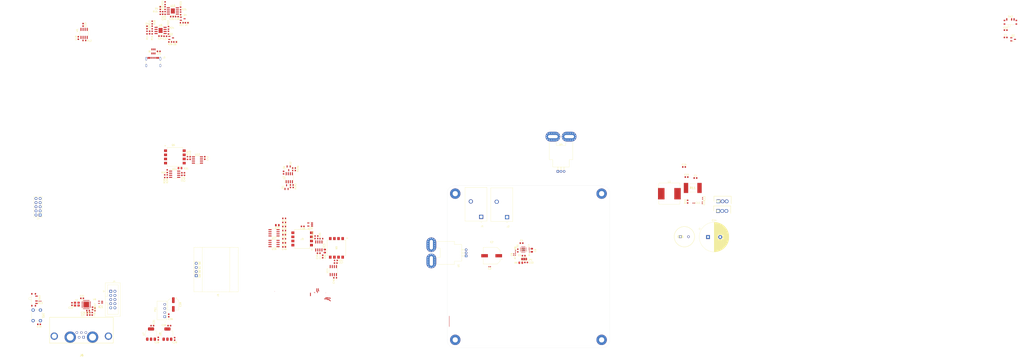
<source format=kicad_pcb>
(kicad_pcb (version 20240108) (generator "pcbnew") (generator_version "8.0")
  (layers (0 "F.Cu" signal) (31 "B.Cu" signal) (34 "B.Paste" user) (35 "F.Paste" user) (36 "B.SilkS" user "B.Silkscreen") (37 "F.SilkS" user "F.Silkscreen") (38 "B.Mask" user) (39 "F.Mask" user) (44 "Edge.Cuts" user))
  (net 0 "")
  (net 1 "/Voltage Sensing Input Terminal/PD1_Cathode")
  (net 2 "+5V")
  (net 3 "GND")
  (net 4 "Net-(U1-IP-)")
  (net 5 "GNDREF")
  (net 6 "Net-(U3-SS)")
  (net 7 "Net-(U3-COMP)")
  (net 8 "Net-(U3-VREF_RANGE)")
  (net 9 "Net-(U3-HB)")
  (net 10 "Net-(Q1-D)")
  (net 11 "Net-(U3-MODE)")
  (net 12 "Net-(U3-VOUT_SENSE)")
  (net 13 "+3V3")
  (net 14 "UNPROTECTED_12V")
  (net 15 "UNPROTECTED_7V")
  (net 16 "+12V")
  (net 17 "+7V")
  (net 19 "Net-(D7-A)")
  (net 26 "Net-(U3-CSN)")
  (net 27 "Net-(Q1-G)")
  (net 28 "Net-(Q3-S)")
  (net 29 "Net-(Q4-S)")
  (net 30 "/Boost-Circuit/IN_CURR")
  (net 31 "Net-(U3-RT)")
  (net 32 "/Boost-Circuit/OUT_CURR")
  (net 33 "Net-(JP1-B)")
  (net 34 "Net-(U3-PGOOD)")
  (net 35 "Net-(JP1-C)")
  (net 36 "Net-(Q2-G)")
  (net 37 "Net-(U10-dV{slash}dT)")
  (net 38 "Net-(D3-Pad3)")
  (net 39 "Net-(D3-Pad1)")
  (net 40 "Net-(D4-A)")
  (net 41 "Net-(D5-A)")
  (net 42 "Net-(D6-A)")
  (net 45 "Net-(SW2-B)")
  (net 46 "Net-(U10-EN{slash}UVLO)")
  (net 47 "Net-(U10-ILM)")
  (net 48 "/MCU+POWER+CAN/ISO_VOLT_INPUT_TERMINAL")
  (net 50 "/Boost-Circuit/INPUT_CURR")
  (net 51 "/Boost-Circuit/OUTPUT_CURR")
  (net 52 "Net-(U10-OVLO)")
  (net 53 "+3V3A")
  (net 54 "/Voltage Sensing Output Terminal/PD1_Cathode")
  (net 55 "GNDPWR")
  (net 56 "/MCU+POWER+CAN/ISO_VOLT_OUTPUT_TERMINAL")
  (net 57 "/Boost-Circuit/TRK")
  (net 58 "Net-(U12A--)")
  (net 59 "Net-(JP1-A)")
  (net 60 "Net-(U13A--)")
  (net 61 "Net-(U14A--)")
  (net 62 "/Boost-Circuit/VOLT_IN_1")
  (net 63 "Net-(Q5-Pad1)")
  (net 64 "Net-(Q6-Pad1)")
  (net 65 "5V_HS_ISO")
  (net 66 "GNDD")
  (net 67 "/TRK Pin Isolation/PD1_Cathode")
  (net 68 "Net-(U17A--)")
  (net 69 "/TRK Pin Isolation/VOLT_IN_1")
  (net 70 "Net-(U16A-+)")
  (net 71 "Net-(U16A--)")
  (net 72 "Net-(Q7-Pad1)")
  (net 76 "Net-(C7-Pad1)")
  (net 77 "/MCU+POWER+CAN/NRST")
  (net 78 "Net-(U9-dV{slash}dT)")
  (net 79 "Net-(C41-Pad2)")
  (net 80 "Net-(C45-Pad2)")
  (net 81 "5V_HS_ISO_TRK")
  (net 82 "Net-(C50-Pad2)")
  (net 83 "/Boost-Circuit/VOLT_IN_2")
  (net 84 "/MCU+POWER+CAN/USB_D-")
  (net 85 "/MCU+POWER+CAN/USB_D+")
  (net 86 "/MCU+POWER+CAN/SWCLK")
  (net 87 "/MCU+POWER+CAN/SWDIO")
  (net 94 "/MCU+POWER+CAN/OLED_SDA")
  (net 95 "/MCU+POWER+CAN/OLED_SCL")
  (net 96 "/MCU+POWER+CAN/CAN_L")
  (net 97 "/MCU+POWER+CAN/CAN_H")
  (net 98 "/MCU+POWER+CAN/PA6")
  (net 99 "/MCU+POWER+CAN/PA15")
  (net 100 "/MCU+POWER+CAN/PA5")
  (net 101 "/MCU+POWER+CAN/PB4")
  (net 102 "/MCU+POWER+CAN/PA10")
  (net 103 "/MCU+POWER+CAN/PB3")
  (net 104 "/MCU+POWER+CAN/PB0")
  (net 105 "/MCU+POWER+CAN/PA7")
  (net 106 "/MCU+POWER+CAN/FLT_{12}")
  (net 107 "/MCU+POWER+CAN/FLT_{7}")
  (net 114 "Net-(U2A-+)")
  (net 115 "Net-(U2B-+)")
  (net 116 "/MCU+POWER+CAN/BOOT0")
  (net 117 "Net-(U9-EN{slash}UVLO)")
  (net 118 "Net-(U9-OVLO)")
  (net 119 "Net-(U9-ILM)")
  (net 120 "Net-(U11A-+)")
  (net 121 "Net-(U11A--)")
  (net 122 "Net-(U13A-+)")
  (net 123 "/MCU+POWER+CAN/CAN_STBY")
  (net 124 "/MCU+POWER+CAN/CAN_TX")
  (net 125 "/MCU+POWER+CAN/CAN_RX")
  (net 126 "/MCU+POWER+CAN/CLK_OUT")
  (net 127 "/MCU+POWER+CAN/VOLT_TUNE_D{slash}A")
  (net 128 "/MCU+POWER+CAN/PF1")
  (net 135 "Net-(U15--)")
  (footprint "ecocad_lib_footprints:CAP_EEE1HA221P" (layer "F.Cu") (at 60.58 106.815 180)
    (property "Reference" "C2")
    (property "Value" "201u5")
  )
  (footprint "Capacitor_SMD:C_0603_1608Metric" (layer "F.Cu") (at -144.0725 -18.99 180)
    (property "Reference" "C25")
    (property "Value" "100n")
  )
  (footprint "Capacitor_SMD:C_0603_1608Metric" (layer "F.Cu") (at -191.1575 133.05)
    (property "Reference" "C21")
    (property "Value" "100n")
  )
  (footprint "Resistor_SMD:R_0805_2012Metric" (layer "F.Cu") (at -130.9973 52.905)
    (property "Reference" "R31")
    (property "Value" "150R")
  )
  (footprint "Capacitor_SMD:C_0603_1608Metric" (layer "F.Cu") (at -187.2175 141.84 180)
    (property "Reference" "C26")
    (property "Value" "1u")
  )
  (footprint "Resistor_SMD:R_0603_1608Metric" (layer "F.Cu") (at -138.1 -30.5 90)
    (property "Reference" "R24")
    (property "Value" "100k")
  )
  (footprint "Resistor_SMD:R_0603_1608Metric" (layer "F.Cu") (at -66.9648 96.3767 180)
    (property "Reference" "C51")
    (property "Value" "0u1")
  )
  (footprint "Capacitor_SMD:C_0603_1608Metric" (layer "F.Cu") (at -132.935 -40.38)
    (property "Reference" "C38")
    (property "Value" "1u")
  )
  (footprint "ecocad_lib_footprints:L_Bourns_SRR1208_12.7x12.7mm" (layer "F.Cu") (at 169.8375 68.64)
    (property "Reference" "L1")
    (property "Value" "6u5")
  )
  (footprint "Capacitor_SMD:C_0603_1608Metric" (layer "F.Cu") (at 178.8525 52.175)
    (property "Reference" "C15")
    (property "Value" "100n")
  )
  (footprint "Capacitor_SMD:C_0805_2012Metric" (layer "F.Cu") (at 85.28 103.44 90)
    (property "Reference" "C6")
    (property "Value" "330p")
  )
  (footprint "Button_Switch_SMD:SW_SPDT_PCM12" (layer "F.Cu") (at 379.4725 -37.23)
    (property "Reference" "SW2")
    (property "Value" "SW_SPDT")
  )
  (footprint "Resistor_SMD:R_0603_1608Metric" (layer "F.Cu") (at -140.3823 57.865 -90)
    (property "Reference" "R28")
    (property "Value" "15k")
  )
  (footprint "Capacitor_SMD:C_0603_1608Metric" (layer "F.Cu") (at -187.4975 140.63 180)
    (property "Reference" "C24")
    (property "Value" "10n")
  )
  (footprint "Capacitor_THT:CP_Radial_D18.0mm_P7.50mm" (layer "F.Cu") (at 193.59 95.32)
    (property "Reference" "C14")
    (property "Value" "2m3")
  )
  (footprint "Capacitor_SMD:C_0603_1608Metric" (layer "F.Cu") (at -128.2473 56.545 90)
    (property "Reference" "C40")
    (property "Value" "0u1")
  )
  (footprint "Capacitor_SMD:C_0402_1005Metric" (layer "F.Cu") (at 184.85 74.41)
    (property "Reference" "C11")
    (property "Value" "100n")
  )
  (footprint "Capacitor_SMD:C_0603_1608Metric" (layer "F.Cu") (at 180.395 58.4)
    (property "Reference" "C15")
    (property "Value" "100n")
  )
  (footprint "MountingHole:MountingHole_3.2mm_M3_Pad" (layer "F.Cu") (at 128.1925 68.605)
    (property "Reference" "H1" (hide yes))
    (property "Value" "MountingHole_Pad")
  )
  (footprint "Capacitor_SMD:C_0603_1608Metric" (layer "F.Cu") (at -141.645 -42.62 -90)
    (property "Reference" "C33")
    (property "Value" "1u")
  )
  (footprint "Capacitor_SMD:C_0603_1608Metric" (layer "F.Cu") (at -66.9648 93.8667 180)
    (property "Reference" "C52")
    (property "Value" "0u1")
  )
  (footprint "ecocad_lib_footprints:SOT-23-3_Adjusted" (layer "F.Cu") (at -136.44 -27.2625)
    (property "Reference" "Q3")
    (property "Value" "SI2302A-TPMSCT-ND")
  )
  (footprint "Resistor_SMD:R_0603_1608Metric" (layer "F.Cu") (at -143.115 -42.61 -90)
    (property "Reference" "R15")
    (property "Value" "270")
  )
  (footprint "Resistor_SMD:R_0603_1608Metric" (layer "F.Cu") (at -140.175 -45.63 -90)
    (property "Reference" "R20")
    (property "Value" "1k")
  )
  (footprint "Capacitor_SMD:C_0603_1608Metric" (layer "F.Cu") (at -190.5675 -35.31 -90)
    (property "Reference" "C23")
    (property "Value" "100n")
  )
  (footprint "Capacitor_SMD:C_0603_1608Metric" (layer "F.Cu") (at -35.255 111.34)
    (property "Reference" "C47")
    (property "Value" "0u1")
  )
  (footprint "Capacitor_SMD:C_0603_1608Metric" (layer "F.Cu") (at 376.5525 -27.54)
    (property "Reference" "C1")
    (property "Value" "100n")
  )
  (footprint "Capacitor_SMD:C_0603_1608Metric" (layer "F.Cu") (at -115.7573 46.655 90)
    (property "Reference" "C42")
    (property "Value" "0u1")
  )
  (footprint "ecocad_lib_footprints:TO254P469X1042X1967-3P" (layer "F.Cu") (at 199.78 79.27)
    (property "Reference" "Q1")
    (property "Value" "~" (hide yes))
  )
  (footprint "ecocad_lib_footprints:CSS2H3920RL700F" (layer "F.Cu") (at 184.2 65.1 180)
    (property "Reference" "R11")
    (property "Value" "722u31" (hide yes))
  )
  (footprint "ecocad_lib_footprints:SOT-23-3_Adjusted" (layer "F.Cu") (at -65.485 64.5725 90)
    (property "Reference" "D1")
    (property "Value" "BZX84-C3V3,215")
  )
  (footprint "Capacitor_SMD:C_0603_1608Metric" (layer "F.Cu") (at -184.7625 139.275 -90)
    (property "Reference" "C20")
    (property "Value" "100n")
  )
  (footprint "Resistor_SMD:R_0603_1608Metric" (layer "F.Cu") (at -148.0925 -33.68 -90)
    (property "Reference" "R17")
    (property "Value" "1k")
  )
  (footprint "Capacitor_SMD:C_0402_1005Metric" (layer "F.Cu") (at 74.13 106.1 90)
    (property "Reference" "C9")
    (property "Value" "470p")
  )
  (footprint "Resistor_SMD:R_0402_1005Metric" (layer "F.Cu") (at 75.23 104.04 90)
    (property "Reference" "R8")
    (property "Value" "28k")
  )
  (footprint "Package_TO_SOT_SMD:TSOT-23-5" (layer "F.Cu") (at -50.9873 87.6017 180)
    (property "Reference" "U15")
    (property "Value" "AD8603")
  )
  (footprint "ecocad_lib_footprints:Allegro_CB_PFF" (layer "F.Cu") (at 101.3 54.9)
    (property "Reference" "U4")
    (property "Value" "ACS770LCB-050U-PFF")
  )
  (footprint "ecocad_lib_footprints:PHOENIX_1017521" (layer "F.Cu") (at 73.625 64.9875 180)
    (property "Reference" "J2")
    (property "Value" "PHNX_CONN_1017521")
  )
  (footprint "Capacitor_SMD:C_0603_1608Metric" (layer "F.Cu") (at -193.4775 -27.215 90)
    (property "Reference" "C18")
    (property "Value" "100n")
  )
  (footprint "Resistor_SMD:R_0603_1608Metric" (layer "F.Cu") (at -138.8373 54.81 90)
    (property "Reference" "R30")
    (property "Value" "143k")
  )
  (footprint "Resistor_SMD:R_0603_1608Metric" (layer "F.Cu") (at -138.0675 -33.46 -90)
    (property "Reference" "R22")
    (property "Value" "1k2")
  )
  (footprint "Capacitor_SMD:C_0603_1608Metric" (layer "F.Cu") (at -135.955 -40.36 180)
    (property "Reference" "C35")
    (property "Value" "2n2")
  )
  (footprint "Package_SO:SOIC-8_3.9x4.9mm_P1.27mm" (layer "F.Cu") (at -73.1948 99.2967 180)
    (property "Reference" "U16")
    (property "Value" "MCP6007")
  )
  (footprint "Capacitor_SMD:C_0603_1608Metric" (layer "F.Cu") (at -67.325 55.65 90)
    (property "Reference" "C8")
    (property "Value" "0u1")
  )
  (footprint "LED_SMD:LED_0603_1608Metric" (layer "F.Cu") (at -151.2725 -33.65 -90)
    (property "Reference" "D4")
    (property "Value" "BLUE")
  )
  (footprint "Resistor_SMD:R_0805_2012Metric" (layer "F.Cu") (at -71.1748 88.0167 180)
    (property "Reference" "R39")
    (property "Value" "150R")
  )
  (footprint "LED_SMD:LED_0603_1608Metric" (layer "F.Cu") (at -134 -24.77 180)
    (property "Reference" "D6")
    (property "Value" "EMERALD")
  )
  (footprint "Package_TO_SOT_SMD:SOT-223-3_TabPin2" (layer "F.Cu") (at -138.715 155.07 90)
    (property "Reference" "U8")
    (property "Value" "AZ1117IH-3.3")
  )
  (footprint "Capacitor_SMD:C_0603_1608Metric" (layer "F.Cu") (at 376.5525 -32.05)
    (property "Reference" "C22")
    (property "Value" "100n")
  )
  (footprint "Resistor_SMD:R_0603_1608Metric" (layer "F.Cu") (at 181.04 73.515 90)
    (property "Reference" "R10")
    (property "Value" "100k")
  )
  (footprint "Capacitor_SMD:C_0402_1005Metric" (layer "F.Cu") (at 190.05 74.25 -90)
    (property "Reference" "C13")
    (property "Value" "100n")
  )
  (footprint "Capacitor_SMD:C_0603_1608Metric" (layer "F.Cu") (at -187.2175 143.31 180)
    (property "Reference" "C27")
    (property "Value" "1u")
  )
  (footprint "ecocad_lib_footprints:TO254P469X1042X1967-3P" (layer "F.Cu") (at 199.97 73.34)
    (property "Reference" "Q2")
    (property "Value" "~" (hide yes))
  )
  (footprint "Package_SO:SOIC-8_3.9x4.9mm_P1.27mm" (layer "F.Cu") (at -189.9425 -30.04 -90)
    (property "Reference" "U5")
    (property "Value" "MCP2542FD-E/SN")
  )
  (footprint "LED_SMD:LED_0603_1608Metric" (layer "F.Cu") (at -143.115 -45.63 -90)
    (property "Reference" "D5")
    (property "Value" "BLUE")
  )
  (footprint "Capacitor_SMD:C_0603_1608Metric" (layer "F.Cu") (at -66.9648 98.8867 180)
    (property "Reference" "C50")
    (property "Value" "0u1")
  )
  (footprint "Resistor_SMD:R_0603_1608Metric" (layer "F.Cu") (at -44.115 96.315)
    (property "Reference" "R35")
    (property "Value" "143k")
  )
  (footprint "Resistor_SMD:R_0603_1608Metric" (layer "F.Cu") (at -138.8373 57.855 90)
    (property "Reference" "R29")
    (property "Value" "1k")
  )
  (footprint "Connector_USB:USB_C_Receptacle_GCT_USB4105-xx-A_16P_TopMnt_Horizontal" (layer "F.Cu") (at -147.41491 -11.305)
    (property "Reference" "J3")
    (property "Value" "USB_C_Receptacle_USB2.0_14P")
  )
  (footprint "ecocad_lib_footprints:SOT-23-3_Adjusted" (layer "F.Cu") (at -129.3225 -39.0675)
    (property "Reference" "Q4")
    (property "Value" "SI2302A-TPMSCT-ND")
  )
  (footprint "Capacitor_SMD:C_0603_1608Metric" (layer "F.Cu") (at -217.6225 149.02 180)
    (property "Reference" "C19")
    (property "Value" "100n")
  )
  (footprint "ecocad_lib_footprints:Display_128x64_096_I2C" (layer "F.Cu") (at -121.008 115.325 90)
    (property "Reference" "J5")
    (property "Value" "OLED")
  )
  (footprint "Capacitor_SMD:C_0402_1005Metric" (layer "F.Cu") (at 190.22 71.48 -90)
    (property "Reference" "C12")
    (property "Value" "4u7")
  )
  (footprint "Resistor_SMD:R_0603_1608Metric" (layer "F.Cu") (at -126.3773 46.685 90)
    (property "Reference" "R32")
    (property "Value" "143k")
  )
  (footprint "Package_SO:TI_SO-PowerPAD-8" (layer "F.Cu") (at -135.3925 -43.855)
    (property "Reference" "U10")
    (property "Value" "TPS259631")
  )
  (footprint "Inductor_SMD:L_0603_1608Metric" (layer "F.Cu") (at -184.9675 142.5525 -90)
    (property "Reference" "FB1")
    (property "Value" "300R")
  )
  (footprint "Capacitor_SMD:C_0603_1608Metric" (layer "F.Cu") (at -148.005 149.88)
    (property "Reference" "C31")
    (property "Value" "22u")
  )
  (footprint "Capacitor_SMD:C_0603_1608Metric" (layer "F.Cu") (at -137.555 149.87)
    (property "Reference" "C30")
    (property "Value" "22u")
  )
  (footprint "Resistor_SMD:R_0603_1608Metric" (layer "F.Cu") (at -47.14 94.695 180)
    (property "Reference" "R33")
    (property "Value" "15k")
  )
  (footprint "ecocad_lib_footprints:SOT65P210X110-5N" (layer "F.Cu") (at -179.8225 135.46 180)
    (property "Reference" "IC1")
    (property "Value" "ESDALC6V1W5" (hide yes))
  )
  (footprint "Capacitor_SMD:C_0603_1608Metric" (layer "F.Cu") (at -134.295 158.02 90)
    (property "Reference" "C29")
    (property "Value" "10u")
  )
  (footprint "Package_SO:SOIC-8_3.9x4.9mm_P1.27mm" (layer "F.Cu") (at -63.795 58.8 90)
    (property "Reference" "U2")
    (property "Value" "MCP6007")
  )
  (footprint "MountingHole:MountingHole_3.2mm_M3_Pad" (layer "F.Cu") (at 38.1925 158.605)
    (property "Reference" "H3" (hide yes))
    (property "Value" "MountingHole_Pad")
  )
  (footprint "ecocad_lib_footprints:CAPPRD500W85D1250H3700" (layer "F.Cu") (at 176.57778 95.11)
    (property "Reference" "C16")
    (property "Value" "578u4" (hide yes))
  )
  (footprint "ecocad_lib_footprints:PHOENIX_1017521" (layer "F.Cu") (at 57.7125 64.7927 180)
    (property "Reference" "J1")
    (property "Value" "PHNX_CONN_1017521")
  )
  (footprint "Capacitor_SMD:C_0603_1608Metric" (layer "F.Cu") (at 185.85 58.99)
    (property "Reference" "C1")
    (property "Value" "100n")
  )
  (footprint "MountingHole:MountingHole_3.2mm_M3_Pad" (layer "F.Cu") (at 128.1925 158.605)
    (property "Reference" "H4" (hide yes))
    (property "Value" "MountingHole_Pad")
  )
  (footprint "Resistor_SMD:R_0603_1608Metric" (layer "F.Cu") (at -62.245 64.78)
    (property "Reference" "R1")
    (property "Value" "100k")
  )
  (footprint "ecocad_lib_footprints:RGR0020C-MFG" (layer "F.Cu") (at 80.025 102.95 180)
    (property "Reference" "U3")
    (property "Value" "LM51231QRGRRQ1")
  )
  (footprint "Resistor_SMD:R_0603_1608Metric" (layer "F.Cu") (at -60.925 52.86 180)
    (property "Reference" "R6")
    (property "Value" "10k")
  )
  (footprint "Capacitor_SMD:C_0603_1608Metric" (layer "F.Cu") (at -129.8273 56.555 90)
    (property "Reference" "C41")
    (property "Value" "0u1")
  )
  (footprint "Resistor_SMD:R_0603_1608Metric" (layer "F.Cu") (at -60.92 54.37)
    (property "Reference" "R5")
    (property "Value" "40k")
  )
  (footprint "Resistor_SMD:R_0603_1608Metric" (layer "F.Cu") (at -140.155 -42.62 -90)
    (property "Reference" "R19")
    (property "Value" "8k")
  )
  (footprint "Resistor_SMD:R_0603_1608Metric" (layer "F.Cu") (at -129.905 -36.6 180)
    (property "Reference" "R27")
    (property "Value" "270")
  )
  (footprint "Resistor_SMD:R_0603_1608Metric" (layer "F.Cu") (at -35.625 120.4)
    (property "Reference" "C46")
    (property "Value" "0u1")
  )
  (footprint "Resistor_SMD:R_0402_1005Metric" (layer "F.Cu") (at -217.0425 134.81 180)
    (property "Reference" "R13")
    (property "Value" "10k")
  )
  (footprint "Capacitor_SMD:C_0603_1608Metric" (layer "F.Cu") (at 81.78 110.9575)
    (property "Reference" "C10")
    (property "Value" "22u")
  )
  (footprint "Capacitor_SMD:CP_Elec_6.3x5.8" (layer "F.Cu") (at -135.1025 136.87 -90)
    (property "Reference" "C39")
    (property "Value" "220u")
  )
  (footprint "ecocad_lib_footprints:SOT95P280X145-6N" (layer "F.Cu") (at -147.3525 -18.96 90)
    (property "Reference" "D3")
    (property "Value" "USBLC6-2SC6")
  )
  (footprint "Resistor_SMD:R_0603_1608Metric" (layer "F.Cu") (at -66.9648 91.3567 180)
    (property "Reference" "R38")
    (property "Value" "15k")
  )
  (footprint "Resistor_SMD:R_0603_1608Metric" (layer "F.Cu") (at -66.9648 83.8267 180)
    (property "Reference" "R40")
    (property "Value" "143k")
  )
  (footprint "Resistor_SMD:R_0805_2012Metric" (layer "F.Cu") (at 78.505 111.14 180)
    (property "Reference" "R9")
    (property "Value" "25k")
  )
  (footprint "Package_SO:SOIC-8_3.9x4.9mm_P1.27mm" (layer "F.Cu") (at -36.735 115.97 -90)
    (property "Reference" "U14")
    (property "Value" "MCP6007")
  )
  (footprint "Button_Switch_THT:SW_PUSH_6mm_H5mm" (layer "F.Cu") (at -216.7825 140.28 -90)
    (property "Reference" "SW1")
    (property "Value" "RESET")
  )
  (footprint "Package_SO:SOIC-8_3.9x4.9mm_P1.27mm" (layer "F.Cu") (at -73.1948 92.7167 180)
    (property "Reference" "U17")
    (property "Value" "MCP6007")
  )
  (footprint "ecocad_lib_footprints:HCNR200-300E" (layer "F.Cu") (at -134.1473 45.985)
    (property "Reference" "Q5")
    (property "Value" "HCNR200-300E")
  )
  (footprint "Button_Switch_SMD:SW_SPDT_PCM12" (layer "F.Cu") (at -220.6325 133.93 -90)
    (property "Reference" "SW2")
    (property "Value" "SW_SPDT")
  )
  (footprint "Capacitor_SMD:C_0603_1608Metric" (layer "F.Cu") (at -144.335 157.85 90)
    (property "Reference" "C28")
    (property "Value" "10u")
  )
  (footprint "Resistor_SMD:R_0402_1005Metric" (layer "F.Cu") (at 75.18 106.025 90)
    (property "Reference" "R7")
    (property "Value" "6k98")
  )
  (footprint "Resistor_SMD:R_0603_1608Metric" (layer "F.Cu") (at -189.7925 -25.69 180)
    (property "Reference" "R12")
    (property "Value" "120R")
  )
  (footprint "Crystal:Crystal_SMD_3225-4Pin_3.2x2.5mm" (layer "F.Cu") (at -194.4275 136.59)
    (property "Reference" "X1")
    (property "Value" "OXETDLJANF-8MHZ ")
  )
  (footprint "Resistor_SMD:R_0603_1608Metric" (layer "F.Cu") (at -130.6225 -42.3675 90)
    (property "Reference" "R25")
    (property "Value" "100k")
  )
  (footprint "Capacitor_SMD:C_0603_1608Metric" (layer "F.Cu") (at -197.3975 136.55 -90)
    (property "Reference" "C22")
    (property "Value" "100n")
  )
  (footprint "Resistor_SMD:R_0603_1608Metric" (layer "F.Cu") (at -66.9648 86.3367 180)
    (property "Reference" "R38")
    (property "Value" "143k")
  )
  (footprint "Capacitor_SMD:C_0603_1608Metric" (layer "F.Cu") (at -183.2875 139.825 -90)
    (property "Reference" "C17")
    (property "Value" "4u7")
  )
  (footprint "LED_SMD:LED_0603_1608Metric" (layer "F.Cu") (at -126.895 -36.6 180)
    (property "Reference" "D7")
    (property "Value" "EMERALD")
  )
  (footprint "Resistor_SMD:R_0201_0603Metric" (layer "F.Cu") (at 83.78 104.385 90)
    (property "Reference" "R4")
    (property "Value" "10k")
  )
  (footprint "Connector_PinHeader_2.54mm:PinHeader_2x05_P2.54mm_Vertical" (layer "F.Cu") (at -216.9675 81.765 180)
    (property "Reference" "J7")
    (property "Value" "Conn_02x05_Odd_Even")
  )
  (footprint "Capacitor_SMD:C_0603_1608Metric" (layer "F.Cu") (at -55.5673 88.7467 180)
    (property "Reference" "C48")
    (property "Value" "100n")
  )
  (footprint "Package_SO:TI_SO-PowerPAD-8" (layer "F.Cu") (at -142.92 -31.855)
    (property "Reference" "U9")
    (property "Value" "TPS259631")
  )
  (footprint "Resistor_SMD:R_0603_1608Metric" (layer "F.Cu") (at -47.16 96.265)
    (property "Reference" "R34")
    (property "Value" "1k")
  )
  (footprint "Capacitor_SMD:C_0603_1608Metric" (layer "F.Cu") (at 80.28 106.815)
    (property "Reference" "C5")
    (property "Value" "330n")
  )
  (footprint "Package_SO:SOIC-8_3.9x4.9mm_P1.27mm" (layer "F.Cu") (at -134.2873 56.645)
    (property "Reference" "U11")
    (property "Value" "MCP6007")
  )
  (footprint "ecocad_lib_footprints:HCNR200-300E" (layer "F.Cu") (at -55.8973 96.48 180)
    (property "Reference" "Q7")
    (property "Value" "HCNR200-300E")
  )
  (footprint "Resistor_SMD:R_0603_1608Metric" (layer "F.Cu") (at -62.275 63.26)
    (property "Reference" "R2")
    (property "Value" "200k")
  )
  (footprint "Capacitor_SMD:C_0603_1608Metric" (layer "F.Cu") (at -137.9225 143.59 -90)
    (property "Reference" "C36")
    (property "Value" "10u")
  )
  (footprint "Resistor_SMD:R_0603_1608Metric" (layer "F.Cu") (at -151.2725 -30.55 -90)
    (property "Reference" "R14")
    (property "Value" "820")
  )
  (footprint "ecocad_lib_footprints:SOT-23-3_Adjusted" (layer "F.Cu") (at 381.1325 -26.395)
    (property "Reference" "D2")
    (property "Value" "BZX84-C3V3,215")
  )
  (footprint "ecocad_lib_footprints:DB7W2-30A" (layer "F.Cu") (at -191.6055 155.374 180)
    (property "Reference" "J6")
    (property "Value" "~" (hide yes))
  )
  (footprint "Resistor_SMD:R_0603_1608Metric" (layer "F.Cu") (at -35.175 109.72)
    (property "Reference" "R37")
    (property "Value" "143k")
  )
  (footprint "Capacitor_SMD:C_0603_1608Metric" (layer "F.Cu") (at -140.0425 -28.29)
    (property "Reference" "C37")
    (property "Value" "1u")
  )
  (footprint "Resistor_SMD:R_0603_1608Metric" (layer "F.Cu") (at -148.0825 -36.72 -90)
    (property "Reference" "R18")
    (property "Value" "1k")
  )
  (footprint "Capacitor_SMD:C_0603_1608Metric" (layer "F.Cu") (at -66.9648 101.3967 180)
    (property "Reference" "C49")
    (property "Value" "0u1")
  )
  (footprint "Package_SO:SOIC-8_3.9x4.9mm_P1.27mm" (layer "F.Cu") (at -45.66 100.795 -90)
    (property "Reference" "U13")
    (property "Value" "MCP6007")
  )
  (footprint "Resistor_SMD:R_0603_1608Metric" (layer "F.Cu") (at -130.645 -45.38 -90)
    (property "Reference" "R23")
    (property "Value" "1k2")
  )
  (footprint "MountingHole:MountingHole_3.2mm_M3_Pad" (layer "F.Cu") (at 38.1925 68.605)
    (property "Reference" "H2" (hide yes))
    (property "Value" "MountingHole_Pad")
  )
  (footprint "Resistor_SMD:R_0603_1608Metric" (layer "F.Cu") (at -66.9648 88.8467 180)
    (property "Reference" "R39")
    (property "Value" "1k")
  )
  (footprint "Capacitor_SMD:C_0603_1608Metric" (layer "F.Cu") (at -143.1325 -28.39 180)
    (property "Reference" "C34")
    (property "Value" "2n2")
  )
  (footprint "Capacitor_SMD:C_0603_1608Metric" (layer "F.Cu") (at -45.74 105.265)
    (property "Reference" "C45")
    (property "Value" "0u1")
  )
  (footprint "Capacitor_SMD:C_0603_1608Metric" (layer "F.Cu") (at -149.6825 -30.575 -90)
    (property "Reference" "C32")
    (property "Value" "1u")
  )
  (footprint "Jumper:SolderJumper-3_P1.3mm_Open_RoundedPad1.0x1.5mm" (layer "F.Cu") (at 80.555 108.8825 180)
    (property "Reference" "JP1")
    (property "Value" "SolderJumper_3_Open")
  )
  (footprint "ecocad_lib_footprints:HCNR200-300E" (layer "F.Cu") (at -34.815 101.98 -90)
    (property "Reference" "Q6")
    (property "Value" "HCNR200-300E")
  )
  (footprint "Resistor_SMD:R_0603_1608Metric" (layer "F.Cu") (at 76.655 103.615 90)
    (property "Reference" "R3")
    (property "Value" "221k")
  )
  (footprint "ecocad_lib_footprints:IDC-STM32-Prog-Header_2x05_P2.54mm_Vertical" (layer "F.Cu") (at -173.5625 128.72)
    (property "Reference" "J4")
    (property "Value" "STM32-Prog-Header")
  )
  (footprint "ecocad_lib_footprints:SOT-23-3_Adjusted" (layer "F.Cu") (at -64.185 52.9975 -90)
    (property "Reference" "D2")
    (property "Value" "BZX84-C3V3,215")
  )
  (footprint "Resistor_SMD:R_0603_1608Metric" (layer "F.Cu") (at -148.1125 -30.56 -90)
    (property "Reference" "R16")
    (property "Value" "10k")
  )
  (footprint "Resistor_SMD:R_0603_1608Metric" (layer "F.Cu") (at -137.02 -24.79 180)
    (property "Reference" "R26")
    (property "Value" "270")
  )
  (footprint "Package_SO:SOIC-8_3.9x4.9mm_P1.27mm" (layer "F.Cu") (at -120.2673 47.89)
    (property "Reference" "U12")
    (property "Value" "MCP6007")
  )
  (footprint "Capacitor_SMD:C_0603_1608Metric" (layer "F.Cu") (at -43.275 107.29 90)
    (property "Reference" "C44")
    (property "Value" "0u1")
  )
  (footprint "Capacitor_SMD:C_0603_1608Metric" (layer "F.Cu") (at -124.7773 46.68 90)
    (property "Reference" "C43")
    (property "Value" "0u1")
  )
  (footprint "ecocad_lib_footprints:Allegro_CB_PFF" (layer "F.Cu") (at 44.9 106.95 90)
    (property "Reference" "U1")
    (property "Value" "ACS770LCB-050U-PFF")
  )
  (footprint "ecocad_lib_footprints:CONV_RFM-0505S" (layer "F.Cu") (at -142.1125 140.51 90)
    (property "Reference" "PS1")
    (property "Value" "RFM-0505S")
  )
  (footprint "Capacitor_SMD:C_0603_1608Metric" (layer "F.Cu") (at 78.955 99.065 180)
    (property "Reference" "C4")
    (property "Value" "1u")
  )
  (footprint "Resistor_SMD:R_0603_1608Metric" (layer "F.Cu") (at -140.155 -48.62 -90)
    (property "Reference" "R21")
    (property "Value" "1.2")
  )
  (footprint "Package_DFN_QFN:QFN-32-1EP_5x5mm_P0.5mm_EP3.45x3.45mm" (layer "F.Cu") (at -188.6375 136.9)
    (property "Reference" "U6")
    (property "Value" "STM32G491KEUx")
  )
  (footprint "Package_TO_SOT_SMD:SOT-223-3_TabPin2" (layer "F.Cu") (at -148.785 155.05 90)
    (property "Reference" "U7")
    (property "Value" "AZ1117IH-5.0")
  )
  (footprint "Capacitor_SMD:C_0402_1005Metric" (layer "F.Cu") (at 59.375 113.565 180)
    (property "Reference" "C3")
    (property "Value" "1u")
  )
  (footprint "Resistor_SMD:R_0805_2012Metric" (layer "F.Cu") (at -41.975 103.945 -90)
    (property "Reference" "R36")
    (property "Value" "150R")
  )
  (footprint "Capacitor_SMD:C_0402_1005Metric" (layer "F.Cu") (at 83.68 102.665 90)
    (property "Reference" "C7")
    (property "Value" "100n")
  )
  (gr_line (start 33.1925 68.605) (end 33.1925 158.605) (stroke (width 0.05)) (layer "Edge.Cuts"))
  (gr_line (start 38.1925 63.605) (end 128.1925 63.605) (stroke (width 0.05)) (layer "Edge.Cuts"))
  (gr_arc (start 33.1925 68.605) (mid 34.656966 65.069466) (end 38.1925 63.605) (stroke (width 0.05)) (layer "Edge.Cuts"))
  (gr_arc (start 133.1925 158.605) (mid 131.728034 162.140534) (end 128.1925 163.605) (stroke (width 0.05)) (layer "Edge.Cuts"))
  (gr_line (start 133.1925 153.605) (end 133.1925 158.605) (stroke (width 0.05)) (layer "Edge.Cuts"))
  (gr_line (start 133.1925 68.605) (end 133.1925 153.605) (stroke (width 0.05)) (layer "Edge.Cuts"))
  (gr_arc (start 128.1925 63.605) (mid 131.728034 65.069466) (end 133.1925 68.605) (stroke (width 0.05)) (layer "Edge.Cuts"))
  (gr_line (start 38.1925 163.605) (end 128.1925 163.605) (stroke (width 0.05)) (layer "Edge.Cuts"))
  (gr_arc (start 38.1925 163.605) (mid 34.656966 162.140534) (end 33.1925 158.605) (stroke (width 0.05)) (layer "Edge.Cuts"))
  (segment (start -40.7075 133.3775) (end -40.24 133.845) (width 0.5) (layer "F.Cu") (net 3))
  (segment (start -45.96 128.2125) (end -45.67 128.5025) (width 0.5) (layer "F.Cu") (net 3))
  (segment (start -40.045 133.795) (end -39.415 133.795) (width 0.5) (layer "F.Cu") (net 3))
  (segment (start -42.17 133.3775) (end -40.7075 133.3775) (width 0.5) (layer "F.Cu") (net 3))
  (segment (start -45.96 127.09) (end -45.96 128.2125) (width 0.5) (layer "F.Cu") (net 3))
  (segment (start -39.415 133.795) (end -38.57 134.64) (width 0.5) (layer "F.Cu") (net 3))
  (segment (start -40.24 133.845) (end -40.195 133.845) (width 0.2) (layer "F.Cu") (net 3))
  (segment (start -46.92 127.09) (end -46.92 128.6275) (width 0.5) (layer "F.Cu") (net 13))
  (segment (start -41.4825 132.69) (end -40.39 132.69) (width 0.5) (layer "F.Cu") (net 13))
  (segment (start -40.045 132.835) (end -38.825 132.835) (width 0.5) (layer "F.Cu") (net 13))
  (segment (start -50.81 129.78) (end -50.81 131.48) (width 0.5) (layer "F.Cu") (net 13))
  (segment (start -40.39 132.69) (end -40.195 132.885) (width 0.5) (layer "F.Cu") (net 13))
  (segment (start -38.825 132.835) (end -38.57 133.09) (width 0.5) (layer "F.Cu") (net 13))
  (segment (start -46.92 128.6275) (end -46.3575 129.19) (width 0.5) (layer "F.Cu") (net 13))
  (segment (start -72.86 128.825) (end -72.835 128.85) (width 0.2) (layer "F.Cu") (net 45))
  (segment (start 34.4675 143.955) (end 34.4675 150.455) (width 0.2) (layer "F.Cu") (net 77))
  (segment (start -41.4575 129.715) (end -41.4825 129.69) (width 0.2) (layer "F.Cu") (net 87))
  (segment (start -46.759386 129.74) (end -46.3575 129.74) (width 0.2) (layer "F.Cu") (net 126))
  (segment (start -48.635 129.405) (end -48.06 129.405) (width 0.2) (layer "F.Cu") (net 126))
  (segment (start -48.06 129.405) (end -48.06 129.88) (width 0.2) (layer "F.Cu") (net 126))
)
</source>
